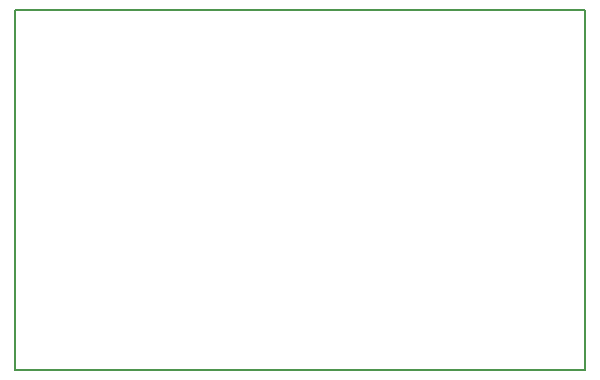
<source format=gbr>
G04 DipTrace 2.4.0.2*
%INBoardOutline.gbr*%
%MOIN*%
%ADD11C,0.0055*%
%FSLAX44Y44*%
G04*
G70*
G90*
G75*
G01*
%LNBoardOutline*%
%LPD*%
X3937Y3937D2*
D11*
X22937D1*
Y15937D1*
X3937D1*
Y3937D1*
M02*

</source>
